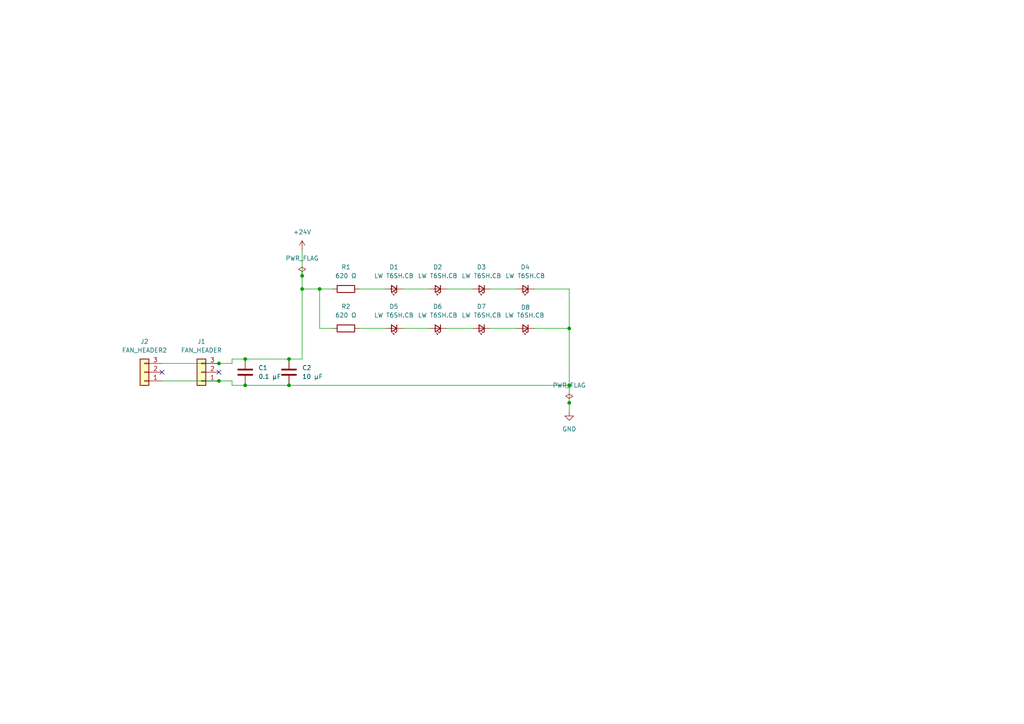
<source format=kicad_sch>
(kicad_sch
	(version 20250114)
	(generator "eeschema")
	(generator_version "9.0")
	(uuid "c30bad8c-0dc5-4b05-8f96-fb42920be091")
	(paper "A4")
	(lib_symbols
		(symbol "Connector_Generic:Conn_01x03"
			(pin_names
				(offset 1.016)
				(hide yes)
			)
			(exclude_from_sim no)
			(in_bom yes)
			(on_board yes)
			(property "Reference" "J"
				(at 0 5.08 0)
				(effects
					(font
						(size 1.27 1.27)
					)
				)
			)
			(property "Value" "Conn_01x03"
				(at 0 -5.08 0)
				(effects
					(font
						(size 1.27 1.27)
					)
				)
			)
			(property "Footprint" ""
				(at 0 0 0)
				(effects
					(font
						(size 1.27 1.27)
					)
					(hide yes)
				)
			)
			(property "Datasheet" "~"
				(at 0 0 0)
				(effects
					(font
						(size 1.27 1.27)
					)
					(hide yes)
				)
			)
			(property "Description" "Generic connector, single row, 01x03, script generated (kicad-library-utils/schlib/autogen/connector/)"
				(at 0 0 0)
				(effects
					(font
						(size 1.27 1.27)
					)
					(hide yes)
				)
			)
			(property "ki_keywords" "connector"
				(at 0 0 0)
				(effects
					(font
						(size 1.27 1.27)
					)
					(hide yes)
				)
			)
			(property "ki_fp_filters" "Connector*:*_1x??_*"
				(at 0 0 0)
				(effects
					(font
						(size 1.27 1.27)
					)
					(hide yes)
				)
			)
			(symbol "Conn_01x03_1_1"
				(rectangle
					(start -1.27 3.81)
					(end 1.27 -3.81)
					(stroke
						(width 0.254)
						(type default)
					)
					(fill
						(type background)
					)
				)
				(rectangle
					(start -1.27 2.667)
					(end 0 2.413)
					(stroke
						(width 0.1524)
						(type default)
					)
					(fill
						(type none)
					)
				)
				(rectangle
					(start -1.27 0.127)
					(end 0 -0.127)
					(stroke
						(width 0.1524)
						(type default)
					)
					(fill
						(type none)
					)
				)
				(rectangle
					(start -1.27 -2.413)
					(end 0 -2.667)
					(stroke
						(width 0.1524)
						(type default)
					)
					(fill
						(type none)
					)
				)
				(pin passive line
					(at -5.08 2.54 0)
					(length 3.81)
					(name "Pin_1"
						(effects
							(font
								(size 1.27 1.27)
							)
						)
					)
					(number "1"
						(effects
							(font
								(size 1.27 1.27)
							)
						)
					)
				)
				(pin passive line
					(at -5.08 0 0)
					(length 3.81)
					(name "Pin_2"
						(effects
							(font
								(size 1.27 1.27)
							)
						)
					)
					(number "2"
						(effects
							(font
								(size 1.27 1.27)
							)
						)
					)
				)
				(pin passive line
					(at -5.08 -2.54 0)
					(length 3.81)
					(name "Pin_3"
						(effects
							(font
								(size 1.27 1.27)
							)
						)
					)
					(number "3"
						(effects
							(font
								(size 1.27 1.27)
							)
						)
					)
				)
			)
			(embedded_fonts no)
		)
		(symbol "Device:C"
			(pin_numbers
				(hide yes)
			)
			(pin_names
				(offset 0.254)
			)
			(exclude_from_sim no)
			(in_bom yes)
			(on_board yes)
			(property "Reference" "C"
				(at 0.635 2.54 0)
				(effects
					(font
						(size 1.27 1.27)
					)
					(justify left)
				)
			)
			(property "Value" "C"
				(at 0.635 -2.54 0)
				(effects
					(font
						(size 1.27 1.27)
					)
					(justify left)
				)
			)
			(property "Footprint" ""
				(at 0.9652 -3.81 0)
				(effects
					(font
						(size 1.27 1.27)
					)
					(hide yes)
				)
			)
			(property "Datasheet" "~"
				(at 0 0 0)
				(effects
					(font
						(size 1.27 1.27)
					)
					(hide yes)
				)
			)
			(property "Description" "Unpolarized capacitor"
				(at 0 0 0)
				(effects
					(font
						(size 1.27 1.27)
					)
					(hide yes)
				)
			)
			(property "ki_keywords" "cap capacitor"
				(at 0 0 0)
				(effects
					(font
						(size 1.27 1.27)
					)
					(hide yes)
				)
			)
			(property "ki_fp_filters" "C_*"
				(at 0 0 0)
				(effects
					(font
						(size 1.27 1.27)
					)
					(hide yes)
				)
			)
			(symbol "C_0_1"
				(polyline
					(pts
						(xy -2.032 0.762) (xy 2.032 0.762)
					)
					(stroke
						(width 0.508)
						(type default)
					)
					(fill
						(type none)
					)
				)
				(polyline
					(pts
						(xy -2.032 -0.762) (xy 2.032 -0.762)
					)
					(stroke
						(width 0.508)
						(type default)
					)
					(fill
						(type none)
					)
				)
			)
			(symbol "C_1_1"
				(pin passive line
					(at 0 3.81 270)
					(length 2.794)
					(name "~"
						(effects
							(font
								(size 1.27 1.27)
							)
						)
					)
					(number "1"
						(effects
							(font
								(size 1.27 1.27)
							)
						)
					)
				)
				(pin passive line
					(at 0 -3.81 90)
					(length 2.794)
					(name "~"
						(effects
							(font
								(size 1.27 1.27)
							)
						)
					)
					(number "2"
						(effects
							(font
								(size 1.27 1.27)
							)
						)
					)
				)
			)
			(embedded_fonts no)
		)
		(symbol "Device:LED_Small"
			(pin_numbers
				(hide yes)
			)
			(pin_names
				(offset 0.254)
				(hide yes)
			)
			(exclude_from_sim no)
			(in_bom yes)
			(on_board yes)
			(property "Reference" "D"
				(at -1.27 3.175 0)
				(effects
					(font
						(size 1.27 1.27)
					)
					(justify left)
				)
			)
			(property "Value" "LED_Small"
				(at -4.445 -2.54 0)
				(effects
					(font
						(size 1.27 1.27)
					)
					(justify left)
				)
			)
			(property "Footprint" ""
				(at 0 0 90)
				(effects
					(font
						(size 1.27 1.27)
					)
					(hide yes)
				)
			)
			(property "Datasheet" "~"
				(at 0 0 90)
				(effects
					(font
						(size 1.27 1.27)
					)
					(hide yes)
				)
			)
			(property "Description" "Light emitting diode, small symbol"
				(at 0 0 0)
				(effects
					(font
						(size 1.27 1.27)
					)
					(hide yes)
				)
			)
			(property "Sim.Pin" "1=K 2=A"
				(at 0 0 0)
				(effects
					(font
						(size 1.27 1.27)
					)
					(hide yes)
				)
			)
			(property "ki_keywords" "LED diode light-emitting-diode"
				(at 0 0 0)
				(effects
					(font
						(size 1.27 1.27)
					)
					(hide yes)
				)
			)
			(property "ki_fp_filters" "LED* LED_SMD:* LED_THT:*"
				(at 0 0 0)
				(effects
					(font
						(size 1.27 1.27)
					)
					(hide yes)
				)
			)
			(symbol "LED_Small_0_1"
				(polyline
					(pts
						(xy -0.762 -1.016) (xy -0.762 1.016)
					)
					(stroke
						(width 0.254)
						(type default)
					)
					(fill
						(type none)
					)
				)
				(polyline
					(pts
						(xy 0 0.762) (xy -0.508 1.27) (xy -0.254 1.27) (xy -0.508 1.27) (xy -0.508 1.016)
					)
					(stroke
						(width 0)
						(type default)
					)
					(fill
						(type none)
					)
				)
				(polyline
					(pts
						(xy 0.508 1.27) (xy 0 1.778) (xy 0.254 1.778) (xy 0 1.778) (xy 0 1.524)
					)
					(stroke
						(width 0)
						(type default)
					)
					(fill
						(type none)
					)
				)
				(polyline
					(pts
						(xy 0.762 -1.016) (xy -0.762 0) (xy 0.762 1.016) (xy 0.762 -1.016)
					)
					(stroke
						(width 0.254)
						(type default)
					)
					(fill
						(type none)
					)
				)
				(polyline
					(pts
						(xy 1.016 0) (xy -0.762 0)
					)
					(stroke
						(width 0)
						(type default)
					)
					(fill
						(type none)
					)
				)
			)
			(symbol "LED_Small_1_1"
				(pin passive line
					(at -2.54 0 0)
					(length 1.778)
					(name "K"
						(effects
							(font
								(size 1.27 1.27)
							)
						)
					)
					(number "1"
						(effects
							(font
								(size 1.27 1.27)
							)
						)
					)
				)
				(pin passive line
					(at 2.54 0 180)
					(length 1.778)
					(name "A"
						(effects
							(font
								(size 1.27 1.27)
							)
						)
					)
					(number "2"
						(effects
							(font
								(size 1.27 1.27)
							)
						)
					)
				)
			)
			(embedded_fonts no)
		)
		(symbol "Device:R"
			(pin_numbers
				(hide yes)
			)
			(pin_names
				(offset 0)
			)
			(exclude_from_sim no)
			(in_bom yes)
			(on_board yes)
			(property "Reference" "R"
				(at 2.032 0 90)
				(effects
					(font
						(size 1.27 1.27)
					)
				)
			)
			(property "Value" "R"
				(at 0 0 90)
				(effects
					(font
						(size 1.27 1.27)
					)
				)
			)
			(property "Footprint" ""
				(at -1.778 0 90)
				(effects
					(font
						(size 1.27 1.27)
					)
					(hide yes)
				)
			)
			(property "Datasheet" "~"
				(at 0 0 0)
				(effects
					(font
						(size 1.27 1.27)
					)
					(hide yes)
				)
			)
			(property "Description" "Resistor"
				(at 0 0 0)
				(effects
					(font
						(size 1.27 1.27)
					)
					(hide yes)
				)
			)
			(property "ki_keywords" "R res resistor"
				(at 0 0 0)
				(effects
					(font
						(size 1.27 1.27)
					)
					(hide yes)
				)
			)
			(property "ki_fp_filters" "R_*"
				(at 0 0 0)
				(effects
					(font
						(size 1.27 1.27)
					)
					(hide yes)
				)
			)
			(symbol "R_0_1"
				(rectangle
					(start -1.016 -2.54)
					(end 1.016 2.54)
					(stroke
						(width 0.254)
						(type default)
					)
					(fill
						(type none)
					)
				)
			)
			(symbol "R_1_1"
				(pin passive line
					(at 0 3.81 270)
					(length 1.27)
					(name "~"
						(effects
							(font
								(size 1.27 1.27)
							)
						)
					)
					(number "1"
						(effects
							(font
								(size 1.27 1.27)
							)
						)
					)
				)
				(pin passive line
					(at 0 -3.81 90)
					(length 1.27)
					(name "~"
						(effects
							(font
								(size 1.27 1.27)
							)
						)
					)
					(number "2"
						(effects
							(font
								(size 1.27 1.27)
							)
						)
					)
				)
			)
			(embedded_fonts no)
		)
		(symbol "power:+24V"
			(power)
			(pin_numbers
				(hide yes)
			)
			(pin_names
				(offset 0)
				(hide yes)
			)
			(exclude_from_sim no)
			(in_bom yes)
			(on_board yes)
			(property "Reference" "#PWR"
				(at 0 -3.81 0)
				(effects
					(font
						(size 1.27 1.27)
					)
					(hide yes)
				)
			)
			(property "Value" "+24V"
				(at 0 3.556 0)
				(effects
					(font
						(size 1.27 1.27)
					)
				)
			)
			(property "Footprint" ""
				(at 0 0 0)
				(effects
					(font
						(size 1.27 1.27)
					)
					(hide yes)
				)
			)
			(property "Datasheet" ""
				(at 0 0 0)
				(effects
					(font
						(size 1.27 1.27)
					)
					(hide yes)
				)
			)
			(property "Description" "Power symbol creates a global label with name \"+24V\""
				(at 0 0 0)
				(effects
					(font
						(size 1.27 1.27)
					)
					(hide yes)
				)
			)
			(property "ki_keywords" "global power"
				(at 0 0 0)
				(effects
					(font
						(size 1.27 1.27)
					)
					(hide yes)
				)
			)
			(symbol "+24V_0_1"
				(polyline
					(pts
						(xy -0.762 1.27) (xy 0 2.54)
					)
					(stroke
						(width 0)
						(type default)
					)
					(fill
						(type none)
					)
				)
				(polyline
					(pts
						(xy 0 2.54) (xy 0.762 1.27)
					)
					(stroke
						(width 0)
						(type default)
					)
					(fill
						(type none)
					)
				)
				(polyline
					(pts
						(xy 0 0) (xy 0 2.54)
					)
					(stroke
						(width 0)
						(type default)
					)
					(fill
						(type none)
					)
				)
			)
			(symbol "+24V_1_1"
				(pin power_in line
					(at 0 0 90)
					(length 0)
					(name "~"
						(effects
							(font
								(size 1.27 1.27)
							)
						)
					)
					(number "1"
						(effects
							(font
								(size 1.27 1.27)
							)
						)
					)
				)
			)
			(embedded_fonts no)
		)
		(symbol "power:GND"
			(power)
			(pin_numbers
				(hide yes)
			)
			(pin_names
				(offset 0)
				(hide yes)
			)
			(exclude_from_sim no)
			(in_bom yes)
			(on_board yes)
			(property "Reference" "#PWR"
				(at 0 -6.35 0)
				(effects
					(font
						(size 1.27 1.27)
					)
					(hide yes)
				)
			)
			(property "Value" "GND"
				(at 0 -3.81 0)
				(effects
					(font
						(size 1.27 1.27)
					)
				)
			)
			(property "Footprint" ""
				(at 0 0 0)
				(effects
					(font
						(size 1.27 1.27)
					)
					(hide yes)
				)
			)
			(property "Datasheet" ""
				(at 0 0 0)
				(effects
					(font
						(size 1.27 1.27)
					)
					(hide yes)
				)
			)
			(property "Description" "Power symbol creates a global label with name \"GND\" , ground"
				(at 0 0 0)
				(effects
					(font
						(size 1.27 1.27)
					)
					(hide yes)
				)
			)
			(property "ki_keywords" "global power"
				(at 0 0 0)
				(effects
					(font
						(size 1.27 1.27)
					)
					(hide yes)
				)
			)
			(symbol "GND_0_1"
				(polyline
					(pts
						(xy 0 0) (xy 0 -1.27) (xy 1.27 -1.27) (xy 0 -2.54) (xy -1.27 -1.27) (xy 0 -1.27)
					)
					(stroke
						(width 0)
						(type default)
					)
					(fill
						(type none)
					)
				)
			)
			(symbol "GND_1_1"
				(pin power_in line
					(at 0 0 270)
					(length 0)
					(name "~"
						(effects
							(font
								(size 1.27 1.27)
							)
						)
					)
					(number "1"
						(effects
							(font
								(size 1.27 1.27)
							)
						)
					)
				)
			)
			(embedded_fonts no)
		)
		(symbol "power:PWR_FLAG"
			(power)
			(pin_numbers
				(hide yes)
			)
			(pin_names
				(offset 0)
				(hide yes)
			)
			(exclude_from_sim no)
			(in_bom yes)
			(on_board yes)
			(property "Reference" "#FLG"
				(at 0 1.905 0)
				(effects
					(font
						(size 1.27 1.27)
					)
					(hide yes)
				)
			)
			(property "Value" "PWR_FLAG"
				(at 0 3.81 0)
				(effects
					(font
						(size 1.27 1.27)
					)
				)
			)
			(property "Footprint" ""
				(at 0 0 0)
				(effects
					(font
						(size 1.27 1.27)
					)
					(hide yes)
				)
			)
			(property "Datasheet" "~"
				(at 0 0 0)
				(effects
					(font
						(size 1.27 1.27)
					)
					(hide yes)
				)
			)
			(property "Description" "Special symbol for telling ERC where power comes from"
				(at 0 0 0)
				(effects
					(font
						(size 1.27 1.27)
					)
					(hide yes)
				)
			)
			(property "ki_keywords" "flag power"
				(at 0 0 0)
				(effects
					(font
						(size 1.27 1.27)
					)
					(hide yes)
				)
			)
			(symbol "PWR_FLAG_0_0"
				(pin power_out line
					(at 0 0 90)
					(length 0)
					(name "~"
						(effects
							(font
								(size 1.27 1.27)
							)
						)
					)
					(number "1"
						(effects
							(font
								(size 1.27 1.27)
							)
						)
					)
				)
			)
			(symbol "PWR_FLAG_0_1"
				(polyline
					(pts
						(xy 0 0) (xy 0 1.27) (xy -1.016 1.905) (xy 0 2.54) (xy 1.016 1.905) (xy 0 1.27)
					)
					(stroke
						(width 0)
						(type default)
					)
					(fill
						(type none)
					)
				)
			)
			(embedded_fonts no)
		)
	)
	(junction
		(at 165.1 116.84)
		(diameter 0)
		(color 0 0 0 0)
		(uuid "66191dfb-140a-49b3-80dd-47a927529ee9")
	)
	(junction
		(at 83.82 111.76)
		(diameter 0)
		(color 0 0 0 0)
		(uuid "95934225-f4ed-45e3-a2ce-5e35aa8794a4")
	)
	(junction
		(at 83.82 104.14)
		(diameter 0)
		(color 0 0 0 0)
		(uuid "9afb6422-b91a-43c9-8754-8841626da3ff")
	)
	(junction
		(at 165.1 111.76)
		(diameter 0)
		(color 0 0 0 0)
		(uuid "a31542ef-534e-4c72-8d7c-f12bd9aa31e8")
	)
	(junction
		(at 71.12 104.14)
		(diameter 0)
		(color 0 0 0 0)
		(uuid "b5323671-0675-428e-a0dc-4fbd3aa64ad3")
	)
	(junction
		(at 87.63 80.01)
		(diameter 0)
		(color 0 0 0 0)
		(uuid "c99622ad-c855-4b59-8c33-9d801ea53b80")
	)
	(junction
		(at 63.5 105.41)
		(diameter 0)
		(color 0 0 0 0)
		(uuid "cd1e64d3-ccfb-4a74-b49c-c61acfb38244")
	)
	(junction
		(at 165.1 95.25)
		(diameter 0)
		(color 0 0 0 0)
		(uuid "d02f8082-0abf-4a43-ab28-906eb542432d")
	)
	(junction
		(at 87.63 83.82)
		(diameter 0)
		(color 0 0 0 0)
		(uuid "da94a64d-ffdc-4ac1-868c-a2d7af490273")
	)
	(junction
		(at 92.71 83.82)
		(diameter 0)
		(color 0 0 0 0)
		(uuid "e5406afe-0a42-44df-829e-998e7c519083")
	)
	(junction
		(at 63.5 110.49)
		(diameter 0)
		(color 0 0 0 0)
		(uuid "ec15f863-0b0a-4c4f-96ac-dfe42ddf3d26")
	)
	(junction
		(at 71.12 111.76)
		(diameter 0)
		(color 0 0 0 0)
		(uuid "efe0f27a-5661-48ce-b1e7-c7f6037fa347")
	)
	(no_connect
		(at 63.5 107.95)
		(uuid "59ac77db-332a-468e-b0a3-61d80d2e11a1")
	)
	(no_connect
		(at 46.99 107.95)
		(uuid "f64bd869-f7be-4107-8007-e612449cba0f")
	)
	(wire
		(pts
			(xy 67.31 110.49) (xy 67.31 111.76)
		)
		(stroke
			(width 0)
			(type default)
		)
		(uuid "032eed3f-68fe-4b99-ad8e-04a6266c839b")
	)
	(wire
		(pts
			(xy 142.24 83.82) (xy 149.86 83.82)
		)
		(stroke
			(width 0)
			(type default)
		)
		(uuid "07c8a030-1ef7-42d1-aa7b-46b5a105abc8")
	)
	(wire
		(pts
			(xy 165.1 95.25) (xy 165.1 111.76)
		)
		(stroke
			(width 0)
			(type default)
		)
		(uuid "10b5b963-6ec3-4f6d-9112-976f414df8ff")
	)
	(wire
		(pts
			(xy 87.63 72.39) (xy 87.63 80.01)
		)
		(stroke
			(width 0)
			(type default)
		)
		(uuid "18e9d2da-acd5-4a2d-ba1d-1e9f1ca1bec3")
	)
	(wire
		(pts
			(xy 87.63 80.01) (xy 87.63 83.82)
		)
		(stroke
			(width 0)
			(type default)
		)
		(uuid "28289b36-5271-4586-8330-19bf40d41cd2")
	)
	(wire
		(pts
			(xy 104.14 95.25) (xy 111.76 95.25)
		)
		(stroke
			(width 0)
			(type default)
		)
		(uuid "2b31f529-df42-4201-9209-3ab6f057fd9d")
	)
	(wire
		(pts
			(xy 129.54 95.25) (xy 137.16 95.25)
		)
		(stroke
			(width 0)
			(type default)
		)
		(uuid "31b68ed9-33ad-4a13-86b5-16957c5dd3ba")
	)
	(wire
		(pts
			(xy 104.14 83.82) (xy 111.76 83.82)
		)
		(stroke
			(width 0)
			(type default)
		)
		(uuid "343e8e9c-e887-4b8c-926c-b0fcd53eab4a")
	)
	(wire
		(pts
			(xy 165.1 83.82) (xy 165.1 95.25)
		)
		(stroke
			(width 0)
			(type default)
		)
		(uuid "472c84f8-a624-4dc4-a647-a35fedb3d7ab")
	)
	(wire
		(pts
			(xy 129.54 83.82) (xy 137.16 83.82)
		)
		(stroke
			(width 0)
			(type default)
		)
		(uuid "4bb6a313-e7c1-4947-9a66-6e1937bf5c01")
	)
	(wire
		(pts
			(xy 116.84 95.25) (xy 124.46 95.25)
		)
		(stroke
			(width 0)
			(type default)
		)
		(uuid "579e6790-0acb-4088-870e-59b9de559d35")
	)
	(wire
		(pts
			(xy 67.31 105.41) (xy 67.31 104.14)
		)
		(stroke
			(width 0)
			(type default)
		)
		(uuid "5973e65d-226c-4eee-b7ee-4c2c57eb3215")
	)
	(wire
		(pts
			(xy 154.94 95.25) (xy 165.1 95.25)
		)
		(stroke
			(width 0)
			(type default)
		)
		(uuid "5bb52d01-094c-43c9-affd-d99e08b7bd00")
	)
	(wire
		(pts
			(xy 92.71 83.82) (xy 96.52 83.82)
		)
		(stroke
			(width 0)
			(type default)
		)
		(uuid "664d0363-6660-4575-8cf1-0c9b36ec055d")
	)
	(wire
		(pts
			(xy 63.5 110.49) (xy 67.31 110.49)
		)
		(stroke
			(width 0)
			(type default)
		)
		(uuid "73610a1e-c163-4293-b64b-747411ed6fba")
	)
	(wire
		(pts
			(xy 63.5 105.41) (xy 67.31 105.41)
		)
		(stroke
			(width 0)
			(type default)
		)
		(uuid "80028242-c000-4b4b-9431-7c0d59f8f0b2")
	)
	(wire
		(pts
			(xy 92.71 95.25) (xy 96.52 95.25)
		)
		(stroke
			(width 0)
			(type default)
		)
		(uuid "817358ca-8288-4381-aba9-e8a3c5e1c816")
	)
	(wire
		(pts
			(xy 87.63 83.82) (xy 92.71 83.82)
		)
		(stroke
			(width 0)
			(type default)
		)
		(uuid "87771de8-05ad-4be6-8d06-b8a5c3ac7f64")
	)
	(wire
		(pts
			(xy 83.82 111.76) (xy 165.1 111.76)
		)
		(stroke
			(width 0)
			(type default)
		)
		(uuid "89251508-2f24-45df-a293-592c45755aa3")
	)
	(wire
		(pts
			(xy 87.63 104.14) (xy 87.63 83.82)
		)
		(stroke
			(width 0)
			(type default)
		)
		(uuid "8d3dccd2-2899-4247-9310-d826481f5bb3")
	)
	(wire
		(pts
			(xy 46.99 105.41) (xy 63.5 105.41)
		)
		(stroke
			(width 0)
			(type default)
		)
		(uuid "9a5c7af7-c2fa-4579-843e-1c11157bfd52")
	)
	(wire
		(pts
			(xy 165.1 119.38) (xy 165.1 116.84)
		)
		(stroke
			(width 0)
			(type default)
		)
		(uuid "b97bd6d5-cd8d-4d97-afb7-2dc39001548f")
	)
	(wire
		(pts
			(xy 71.12 104.14) (xy 83.82 104.14)
		)
		(stroke
			(width 0)
			(type default)
		)
		(uuid "bb0c2c51-a063-46e1-8cb7-c98d713b7cd9")
	)
	(wire
		(pts
			(xy 67.31 111.76) (xy 71.12 111.76)
		)
		(stroke
			(width 0)
			(type default)
		)
		(uuid "c0275107-9030-4448-aae7-c71a2dc3e135")
	)
	(wire
		(pts
			(xy 142.24 95.25) (xy 149.86 95.25)
		)
		(stroke
			(width 0)
			(type default)
		)
		(uuid "c4e823e0-437d-485f-bca7-bba71e030dbd")
	)
	(wire
		(pts
			(xy 92.71 83.82) (xy 92.71 95.25)
		)
		(stroke
			(width 0)
			(type default)
		)
		(uuid "cd6a615c-8ae8-4bc0-9e3b-c287bf8e85fc")
	)
	(wire
		(pts
			(xy 154.94 83.82) (xy 165.1 83.82)
		)
		(stroke
			(width 0)
			(type default)
		)
		(uuid "cdcacae2-5225-4623-95d5-278ca1265ab0")
	)
	(wire
		(pts
			(xy 46.99 110.49) (xy 63.5 110.49)
		)
		(stroke
			(width 0)
			(type default)
		)
		(uuid "ce84d1c2-b063-4cb0-9857-8b097754e5d9")
	)
	(wire
		(pts
			(xy 83.82 104.14) (xy 87.63 104.14)
		)
		(stroke
			(width 0)
			(type default)
		)
		(uuid "cf2ed836-679e-491f-a0de-941ca415f147")
	)
	(wire
		(pts
			(xy 71.12 111.76) (xy 83.82 111.76)
		)
		(stroke
			(width 0)
			(type default)
		)
		(uuid "d9165000-5899-400b-9723-03d5d9d19df0")
	)
	(wire
		(pts
			(xy 116.84 83.82) (xy 124.46 83.82)
		)
		(stroke
			(width 0)
			(type default)
		)
		(uuid "e2c4260a-3e4b-4b23-9121-79d7ca7c318d")
	)
	(wire
		(pts
			(xy 67.31 104.14) (xy 71.12 104.14)
		)
		(stroke
			(width 0)
			(type default)
		)
		(uuid "e35c31cb-b316-4865-bdd7-8221ca6caf5c")
	)
	(wire
		(pts
			(xy 165.1 116.84) (xy 165.1 111.76)
		)
		(stroke
			(width 0)
			(type default)
		)
		(uuid "f14918b0-906a-4ac6-b2ba-61dfe310dadc")
	)
	(symbol
		(lib_id "Device:LED_Small")
		(at 152.4 95.25 180)
		(unit 1)
		(exclude_from_sim no)
		(in_bom yes)
		(on_board yes)
		(dnp no)
		(uuid "0cbc64ee-0bf6-4b7b-a04b-1a144005ed5d")
		(property "Reference" "D8"
			(at 152.4 89.154 0)
			(effects
				(font
					(size 1.27 1.27)
				)
			)
		)
		(property "Value" "LW T6SH.CB"
			(at 152.146 91.44 0)
			(effects
				(font
					(size 1.27 1.27)
				)
			)
		)
		(property "Footprint" "LED_SMD:LED_PLCC_2835"
			(at 152.4 95.25 90)
			(effects
				(font
					(size 1.27 1.27)
				)
				(hide yes)
			)
		)
		(property "Datasheet" "https://ams-osram.com/products/leds/white-leds/osram-topled-lw-t6sh-cb"
			(at 152.4 95.25 90)
			(effects
				(font
					(size 1.27 1.27)
				)
				(hide yes)
			)
		)
		(property "Description" "Light emitting diode, small symbol"
			(at 152.4 95.25 0)
			(effects
				(font
					(size 1.27 1.27)
				)
				(hide yes)
			)
		)
		(property "Sim.Pin" "1=K 2=A"
			(at 152.4 95.25 0)
			(effects
				(font
					(size 1.27 1.27)
				)
				(hide yes)
			)
		)
		(pin "1"
			(uuid "8873053b-10fe-48ef-9c54-159a29d3d021")
		)
		(pin "2"
			(uuid "6d1168c7-f83b-4762-be40-10707ee6c28e")
		)
		(instances
			(project ""
				(path "/c30bad8c-0dc5-4b05-8f96-fb42920be091"
					(reference "D8")
					(unit 1)
				)
			)
		)
	)
	(symbol
		(lib_id "Connector_Generic:Conn_01x03")
		(at 41.91 107.95 180)
		(unit 1)
		(exclude_from_sim no)
		(in_bom yes)
		(on_board yes)
		(dnp no)
		(fields_autoplaced yes)
		(uuid "170ba298-baa2-48ba-818f-b6e28a53d8bd")
		(property "Reference" "J2"
			(at 41.91 99.06 0)
			(effects
				(font
					(size 1.27 1.27)
				)
			)
		)
		(property "Value" "FAN_HEADER2"
			(at 41.91 101.6 0)
			(effects
				(font
					(size 1.27 1.27)
				)
			)
		)
		(property "Footprint" "Connector_JST:JST_XA_S03B-XASK-1N-BN_1x03_P2.50mm_Horizontal"
			(at 41.91 107.95 0)
			(effects
				(font
					(size 1.27 1.27)
				)
				(hide yes)
			)
		)
		(property "Datasheet" "~"
			(at 41.91 107.95 0)
			(effects
				(font
					(size 1.27 1.27)
				)
				(hide yes)
			)
		)
		(property "Description" "Generic connector, single row, 01x03, script generated (kicad-library-utils/schlib/autogen/connector/)"
			(at 41.91 107.95 0)
			(effects
				(font
					(size 1.27 1.27)
				)
				(hide yes)
			)
		)
		(pin "1"
			(uuid "efc6b19c-1b23-46b8-9af8-80385e1b24bf")
		)
		(pin "2"
			(uuid "4467a6d1-8b3d-4014-90d3-4e9e0911f18b")
		)
		(pin "3"
			(uuid "4013191e-eff4-4663-b27d-feed144786a1")
		)
		(instances
			(project ""
				(path "/c30bad8c-0dc5-4b05-8f96-fb42920be091"
					(reference "J2")
					(unit 1)
				)
			)
		)
	)
	(symbol
		(lib_id "Device:C")
		(at 71.12 107.95 0)
		(unit 1)
		(exclude_from_sim no)
		(in_bom yes)
		(on_board yes)
		(dnp no)
		(fields_autoplaced yes)
		(uuid "22e8cddd-8c46-48e2-8fa4-b8fd9d9b7bec")
		(property "Reference" "C1"
			(at 74.93 106.6799 0)
			(effects
				(font
					(size 1.27 1.27)
				)
				(justify left)
			)
		)
		(property "Value" "0.1 µF"
			(at 74.93 109.2199 0)
			(effects
				(font
					(size 1.27 1.27)
				)
				(justify left)
			)
		)
		(property "Footprint" "Capacitor_SMD:C_0805_2012Metric"
			(at 72.0852 111.76 0)
			(effects
				(font
					(size 1.27 1.27)
				)
				(hide yes)
			)
		)
		(property "Datasheet" "~"
			(at 71.12 107.95 0)
			(effects
				(font
					(size 1.27 1.27)
				)
				(hide yes)
			)
		)
		(property "Description" "Unpolarized capacitor"
			(at 71.12 107.95 0)
			(effects
				(font
					(size 1.27 1.27)
				)
				(hide yes)
			)
		)
		(pin "1"
			(uuid "a27ccca4-fdf9-47be-a930-d6d6c547d9e4")
		)
		(pin "2"
			(uuid "7efe2ba3-0fa7-4ef8-a025-48a9adf5147d")
		)
		(instances
			(project ""
				(path "/c30bad8c-0dc5-4b05-8f96-fb42920be091"
					(reference "C1")
					(unit 1)
				)
			)
		)
	)
	(symbol
		(lib_id "Device:C")
		(at 83.82 107.95 0)
		(unit 1)
		(exclude_from_sim no)
		(in_bom yes)
		(on_board yes)
		(dnp no)
		(fields_autoplaced yes)
		(uuid "2ac40582-9957-4a9a-aebb-e8d7b2a724d8")
		(property "Reference" "C2"
			(at 87.63 106.6799 0)
			(effects
				(font
					(size 1.27 1.27)
				)
				(justify left)
			)
		)
		(property "Value" "10 µF"
			(at 87.63 109.2199 0)
			(effects
				(font
					(size 1.27 1.27)
				)
				(justify left)
			)
		)
		(property "Footprint" "Capacitor_SMD:C_0805_2012Metric"
			(at 84.7852 111.76 0)
			(effects
				(font
					(size 1.27 1.27)
				)
				(hide yes)
			)
		)
		(property "Datasheet" "~"
			(at 83.82 107.95 0)
			(effects
				(font
					(size 1.27 1.27)
				)
				(hide yes)
			)
		)
		(property "Description" "Unpolarized capacitor"
			(at 83.82 107.95 0)
			(effects
				(font
					(size 1.27 1.27)
				)
				(hide yes)
			)
		)
		(pin "1"
			(uuid "3359668b-9a37-4712-893f-bd3d78dc2b26")
		)
		(pin "2"
			(uuid "6037f7f2-b732-4c41-a86d-47d92bdadd7e")
		)
		(instances
			(project ""
				(path "/c30bad8c-0dc5-4b05-8f96-fb42920be091"
					(reference "C2")
					(unit 1)
				)
			)
		)
	)
	(symbol
		(lib_id "Connector_Generic:Conn_01x03")
		(at 58.42 107.95 180)
		(unit 1)
		(exclude_from_sim no)
		(in_bom yes)
		(on_board yes)
		(dnp no)
		(fields_autoplaced yes)
		(uuid "2f605a8d-5cbc-46cf-b440-761fdd592cf8")
		(property "Reference" "J1"
			(at 58.42 99.06 0)
			(effects
				(font
					(size 1.27 1.27)
				)
			)
		)
		(property "Value" "FAN_HEADER"
			(at 58.42 101.6 0)
			(effects
				(font
					(size 1.27 1.27)
				)
			)
		)
		(property "Footprint" "Connector_JST:JST_XH_B3B-XH-A_1x03_P2.50mm_Vertical"
			(at 58.42 107.95 0)
			(effects
				(font
					(size 1.27 1.27)
				)
				(hide yes)
			)
		)
		(property "Datasheet" "~"
			(at 58.42 107.95 0)
			(effects
				(font
					(size 1.27 1.27)
				)
				(hide yes)
			)
		)
		(property "Description" "Generic connector, single row, 01x03, script generated (kicad-library-utils/schlib/autogen/connector/)"
			(at 58.42 107.95 0)
			(effects
				(font
					(size 1.27 1.27)
				)
				(hide yes)
			)
		)
		(pin "1"
			(uuid "23578206-82e7-4f89-abfc-880fe30c404a")
		)
		(pin "2"
			(uuid "fc08d213-e583-45ff-918a-482842b99c14")
		)
		(pin "3"
			(uuid "80a13226-9bb7-4717-957d-a3d59447c84a")
		)
		(instances
			(project ""
				(path "/c30bad8c-0dc5-4b05-8f96-fb42920be091"
					(reference "J1")
					(unit 1)
				)
			)
		)
	)
	(symbol
		(lib_id "Device:LED_Small")
		(at 127 95.25 180)
		(unit 1)
		(exclude_from_sim no)
		(in_bom yes)
		(on_board yes)
		(dnp no)
		(fields_autoplaced yes)
		(uuid "331ea9b8-91c3-4e20-8e37-20bab4425a35")
		(property "Reference" "D6"
			(at 126.9365 88.9 0)
			(effects
				(font
					(size 1.27 1.27)
				)
			)
		)
		(property "Value" "LW T6SH.CB"
			(at 126.9365 91.44 0)
			(effects
				(font
					(size 1.27 1.27)
				)
			)
		)
		(property "Footprint" "LED_SMD:LED_PLCC_2835"
			(at 127 95.25 90)
			(effects
				(font
					(size 1.27 1.27)
				)
				(hide yes)
			)
		)
		(property "Datasheet" "https://ams-osram.com/products/leds/white-leds/osram-topled-lw-t6sh-cb"
			(at 127 95.25 90)
			(effects
				(font
					(size 1.27 1.27)
				)
				(hide yes)
			)
		)
		(property "Description" "Light emitting diode, small symbol"
			(at 127 95.25 0)
			(effects
				(font
					(size 1.27 1.27)
				)
				(hide yes)
			)
		)
		(property "Sim.Pin" "1=K 2=A"
			(at 127 95.25 0)
			(effects
				(font
					(size 1.27 1.27)
				)
				(hide yes)
			)
		)
		(pin "1"
			(uuid "8fbf3873-21b7-4b31-aa68-1ae5ea207007")
		)
		(pin "2"
			(uuid "3dc40933-add3-4a74-b15d-9740705ec1bd")
		)
		(instances
			(project ""
				(path "/c30bad8c-0dc5-4b05-8f96-fb42920be091"
					(reference "D6")
					(unit 1)
				)
			)
		)
	)
	(symbol
		(lib_id "power:PWR_FLAG")
		(at 165.1 116.84 0)
		(unit 1)
		(exclude_from_sim no)
		(in_bom yes)
		(on_board yes)
		(dnp no)
		(fields_autoplaced yes)
		(uuid "501e69e3-7ec4-4fb1-abc9-9f1a74303171")
		(property "Reference" "#FLG01"
			(at 165.1 114.935 0)
			(effects
				(font
					(size 1.27 1.27)
				)
				(hide yes)
			)
		)
		(property "Value" "PWR_FLAG"
			(at 165.1 111.76 0)
			(effects
				(font
					(size 1.27 1.27)
				)
			)
		)
		(property "Footprint" ""
			(at 165.1 116.84 0)
			(effects
				(font
					(size 1.27 1.27)
				)
				(hide yes)
			)
		)
		(property "Datasheet" "~"
			(at 165.1 116.84 0)
			(effects
				(font
					(size 1.27 1.27)
				)
				(hide yes)
			)
		)
		(property "Description" "Special symbol for telling ERC where power comes from"
			(at 165.1 116.84 0)
			(effects
				(font
					(size 1.27 1.27)
				)
				(hide yes)
			)
		)
		(pin "1"
			(uuid "ca2e2d17-54c1-456a-8f74-2ab7a9497c62")
		)
		(instances
			(project ""
				(path "/c30bad8c-0dc5-4b05-8f96-fb42920be091"
					(reference "#FLG01")
					(unit 1)
				)
			)
		)
	)
	(symbol
		(lib_id "power:PWR_FLAG")
		(at 87.63 80.01 0)
		(unit 1)
		(exclude_from_sim no)
		(in_bom yes)
		(on_board yes)
		(dnp no)
		(fields_autoplaced yes)
		(uuid "5437012b-a3b1-414e-801e-073b267f798b")
		(property "Reference" "#FLG02"
			(at 87.63 78.105 0)
			(effects
				(font
					(size 1.27 1.27)
				)
				(hide yes)
			)
		)
		(property "Value" "PWR_FLAG"
			(at 87.63 74.93 0)
			(effects
				(font
					(size 1.27 1.27)
				)
			)
		)
		(property "Footprint" ""
			(at 87.63 80.01 0)
			(effects
				(font
					(size 1.27 1.27)
				)
				(hide yes)
			)
		)
		(property "Datasheet" "~"
			(at 87.63 80.01 0)
			(effects
				(font
					(size 1.27 1.27)
				)
				(hide yes)
			)
		)
		(property "Description" "Special symbol for telling ERC where power comes from"
			(at 87.63 80.01 0)
			(effects
				(font
					(size 1.27 1.27)
				)
				(hide yes)
			)
		)
		(pin "1"
			(uuid "106f4e81-4c94-4028-b834-24daa80f8801")
		)
		(instances
			(project ""
				(path "/c30bad8c-0dc5-4b05-8f96-fb42920be091"
					(reference "#FLG02")
					(unit 1)
				)
			)
		)
	)
	(symbol
		(lib_id "Device:LED_Small")
		(at 152.4 83.82 180)
		(unit 1)
		(exclude_from_sim no)
		(in_bom yes)
		(on_board yes)
		(dnp no)
		(fields_autoplaced yes)
		(uuid "76161e6d-ecff-4871-892e-f07282a55d27")
		(property "Reference" "D4"
			(at 152.3365 77.47 0)
			(effects
				(font
					(size 1.27 1.27)
				)
			)
		)
		(property "Value" "LW T6SH.CB"
			(at 152.3365 80.01 0)
			(effects
				(font
					(size 1.27 1.27)
				)
			)
		)
		(property "Footprint" "LED_SMD:LED_PLCC_2835"
			(at 152.4 83.82 90)
			(effects
				(font
					(size 1.27 1.27)
				)
				(hide yes)
			)
		)
		(property "Datasheet" "https://ams-osram.com/products/leds/white-leds/osram-topled-lw-t6sh-cb"
			(at 152.4 83.82 90)
			(effects
				(font
					(size 1.27 1.27)
				)
				(hide yes)
			)
		)
		(property "Description" "Light emitting diode, small symbol"
			(at 152.4 83.82 0)
			(effects
				(font
					(size 1.27 1.27)
				)
				(hide yes)
			)
		)
		(property "Sim.Pin" "1=K 2=A"
			(at 152.4 83.82 0)
			(effects
				(font
					(size 1.27 1.27)
				)
				(hide yes)
			)
		)
		(pin "1"
			(uuid "b2919105-2a2e-48dd-8fc9-0cba2145505c")
		)
		(pin "2"
			(uuid "0807b1a0-cbd1-4c1c-9d71-575282881049")
		)
		(instances
			(project ""
				(path "/c30bad8c-0dc5-4b05-8f96-fb42920be091"
					(reference "D4")
					(unit 1)
				)
			)
		)
	)
	(symbol
		(lib_id "Device:LED_Small")
		(at 127 83.82 180)
		(unit 1)
		(exclude_from_sim no)
		(in_bom yes)
		(on_board yes)
		(dnp no)
		(fields_autoplaced yes)
		(uuid "78b20f8d-29bb-4cea-922a-fb66a32b7209")
		(property "Reference" "D2"
			(at 126.9365 77.47 0)
			(effects
				(font
					(size 1.27 1.27)
				)
			)
		)
		(property "Value" "LW T6SH.CB"
			(at 126.9365 80.01 0)
			(effects
				(font
					(size 1.27 1.27)
				)
			)
		)
		(property "Footprint" "LED_SMD:LED_PLCC_2835"
			(at 127 83.82 90)
			(effects
				(font
					(size 1.27 1.27)
				)
				(hide yes)
			)
		)
		(property "Datasheet" "https://ams-osram.com/products/leds/white-leds/osram-topled-lw-t6sh-cb"
			(at 127 83.82 90)
			(effects
				(font
					(size 1.27 1.27)
				)
				(hide yes)
			)
		)
		(property "Description" "Light emitting diode, small symbol"
			(at 127 83.82 0)
			(effects
				(font
					(size 1.27 1.27)
				)
				(hide yes)
			)
		)
		(property "Sim.Pin" "1=K 2=A"
			(at 127 83.82 0)
			(effects
				(font
					(size 1.27 1.27)
				)
				(hide yes)
			)
		)
		(pin "1"
			(uuid "964681ad-8d92-415c-a647-fa1c74c37ae6")
		)
		(pin "2"
			(uuid "2040e4e4-b238-4692-8326-e4f3bc49e350")
		)
		(instances
			(project ""
				(path "/c30bad8c-0dc5-4b05-8f96-fb42920be091"
					(reference "D2")
					(unit 1)
				)
			)
		)
	)
	(symbol
		(lib_id "Device:R")
		(at 100.33 83.82 90)
		(unit 1)
		(exclude_from_sim no)
		(in_bom yes)
		(on_board yes)
		(dnp no)
		(fields_autoplaced yes)
		(uuid "8029c470-7077-47e5-869f-3e9188b07907")
		(property "Reference" "R1"
			(at 100.33 77.47 90)
			(effects
				(font
					(size 1.27 1.27)
				)
			)
		)
		(property "Value" "620 Ω"
			(at 100.33 80.01 90)
			(effects
				(font
					(size 1.27 1.27)
				)
			)
		)
		(property "Footprint" "Resistor_SMD:R_1210_3225Metric"
			(at 100.33 85.598 90)
			(effects
				(font
					(size 1.27 1.27)
				)
				(hide yes)
			)
		)
		(property "Datasheet" "~"
			(at 100.33 83.82 0)
			(effects
				(font
					(size 1.27 1.27)
				)
				(hide yes)
			)
		)
		(property "Description" "Resistor"
			(at 100.33 83.82 0)
			(effects
				(font
					(size 1.27 1.27)
				)
				(hide yes)
			)
		)
		(pin "2"
			(uuid "6160e413-19c2-4cf1-97f8-b6ab91b86f70")
		)
		(pin "1"
			(uuid "68673fe2-2511-4ee8-a555-8b796f5b97e8")
		)
		(instances
			(project ""
				(path "/c30bad8c-0dc5-4b05-8f96-fb42920be091"
					(reference "R1")
					(unit 1)
				)
			)
		)
	)
	(symbol
		(lib_id "Device:LED_Small")
		(at 114.3 83.82 180)
		(unit 1)
		(exclude_from_sim no)
		(in_bom yes)
		(on_board yes)
		(dnp no)
		(fields_autoplaced yes)
		(uuid "b1e34d97-8f67-47ad-975e-ae5dfcc2f7c6")
		(property "Reference" "D1"
			(at 114.2365 77.47 0)
			(effects
				(font
					(size 1.27 1.27)
				)
			)
		)
		(property "Value" "LW T6SH.CB"
			(at 114.2365 80.01 0)
			(effects
				(font
					(size 1.27 1.27)
				)
			)
		)
		(property "Footprint" "LED_SMD:LED_PLCC_2835"
			(at 114.3 83.82 90)
			(effects
				(font
					(size 1.27 1.27)
				)
				(hide yes)
			)
		)
		(property "Datasheet" "https://ams-osram.com/products/leds/white-leds/osram-topled-lw-t6sh-cb"
			(at 114.3 83.82 90)
			(effects
				(font
					(size 1.27 1.27)
				)
				(hide yes)
			)
		)
		(property "Description" "Light emitting diode, small symbol"
			(at 114.3 83.82 0)
			(effects
				(font
					(size 1.27 1.27)
				)
				(hide yes)
			)
		)
		(property "Sim.Pin" "1=K 2=A"
			(at 114.3 83.82 0)
			(effects
				(font
					(size 1.27 1.27)
				)
				(hide yes)
			)
		)
		(pin "2"
			(uuid "23b000fb-83ae-4f08-85b5-9e43956f6120")
		)
		(pin "1"
			(uuid "d2d6ba84-76a1-4e08-ad85-8bc1a89aa8e7")
		)
		(instances
			(project ""
				(path "/c30bad8c-0dc5-4b05-8f96-fb42920be091"
					(reference "D1")
					(unit 1)
				)
			)
		)
	)
	(symbol
		(lib_id "Device:LED_Small")
		(at 139.7 95.25 180)
		(unit 1)
		(exclude_from_sim no)
		(in_bom yes)
		(on_board yes)
		(dnp no)
		(fields_autoplaced yes)
		(uuid "b61d767e-0b2a-431b-8d7a-ef386b1d4130")
		(property "Reference" "D7"
			(at 139.6365 88.9 0)
			(effects
				(font
					(size 1.27 1.27)
				)
			)
		)
		(property "Value" "LW T6SH.CB"
			(at 139.6365 91.44 0)
			(effects
				(font
					(size 1.27 1.27)
				)
			)
		)
		(property "Footprint" "LED_SMD:LED_PLCC_2835"
			(at 139.7 95.25 90)
			(effects
				(font
					(size 1.27 1.27)
				)
				(hide yes)
			)
		)
		(property "Datasheet" "https://ams-osram.com/products/leds/white-leds/osram-topled-lw-t6sh-cb"
			(at 139.7 95.25 90)
			(effects
				(font
					(size 1.27 1.27)
				)
				(hide yes)
			)
		)
		(property "Description" "Light emitting diode, small symbol"
			(at 139.7 95.25 0)
			(effects
				(font
					(size 1.27 1.27)
				)
				(hide yes)
			)
		)
		(property "Sim.Pin" "1=K 2=A"
			(at 139.7 95.25 0)
			(effects
				(font
					(size 1.27 1.27)
				)
				(hide yes)
			)
		)
		(pin "2"
			(uuid "76f6a339-c8b7-4724-ae2b-4f0f5a32c363")
		)
		(pin "1"
			(uuid "ba76054b-1f5f-4133-96c4-374cff214cc9")
		)
		(instances
			(project ""
				(path "/c30bad8c-0dc5-4b05-8f96-fb42920be091"
					(reference "D7")
					(unit 1)
				)
			)
		)
	)
	(symbol
		(lib_id "Device:LED_Small")
		(at 139.7 83.82 180)
		(unit 1)
		(exclude_from_sim no)
		(in_bom yes)
		(on_board yes)
		(dnp no)
		(fields_autoplaced yes)
		(uuid "b8b28a65-98c3-4b07-8c34-43b8b139e799")
		(property "Reference" "D3"
			(at 139.6365 77.47 0)
			(effects
				(font
					(size 1.27 1.27)
				)
			)
		)
		(property "Value" "LW T6SH.CB"
			(at 139.6365 80.01 0)
			(effects
				(font
					(size 1.27 1.27)
				)
			)
		)
		(property "Footprint" "LED_SMD:LED_PLCC_2835"
			(at 139.7 83.82 90)
			(effects
				(font
					(size 1.27 1.27)
				)
				(hide yes)
			)
		)
		(property "Datasheet" "https://ams-osram.com/products/leds/white-leds/osram-topled-lw-t6sh-cb"
			(at 139.7 83.82 90)
			(effects
				(font
					(size 1.27 1.27)
				)
				(hide yes)
			)
		)
		(property "Description" "Light emitting diode, small symbol"
			(at 139.7 83.82 0)
			(effects
				(font
					(size 1.27 1.27)
				)
				(hide yes)
			)
		)
		(property "Sim.Pin" "1=K 2=A"
			(at 139.7 83.82 0)
			(effects
				(font
					(size 1.27 1.27)
				)
				(hide yes)
			)
		)
		(pin "1"
			(uuid "1517a00c-3f95-4f32-affb-3f830f58da09")
		)
		(pin "2"
			(uuid "3cc82234-50dd-4db1-80d5-038ca209b611")
		)
		(instances
			(project ""
				(path "/c30bad8c-0dc5-4b05-8f96-fb42920be091"
					(reference "D3")
					(unit 1)
				)
			)
		)
	)
	(symbol
		(lib_id "power:+24V")
		(at 87.63 72.39 0)
		(unit 1)
		(exclude_from_sim no)
		(in_bom yes)
		(on_board yes)
		(dnp no)
		(fields_autoplaced yes)
		(uuid "c0292865-e108-4a70-8132-b34af9afc0cc")
		(property "Reference" "#PWR01"
			(at 87.63 76.2 0)
			(effects
				(font
					(size 1.27 1.27)
				)
				(hide yes)
			)
		)
		(property "Value" "+24V"
			(at 87.63 67.31 0)
			(effects
				(font
					(size 1.27 1.27)
				)
			)
		)
		(property "Footprint" ""
			(at 87.63 72.39 0)
			(effects
				(font
					(size 1.27 1.27)
				)
				(hide yes)
			)
		)
		(property "Datasheet" ""
			(at 87.63 72.39 0)
			(effects
				(font
					(size 1.27 1.27)
				)
				(hide yes)
			)
		)
		(property "Description" "Power symbol creates a global label with name \"+24V\""
			(at 87.63 72.39 0)
			(effects
				(font
					(size 1.27 1.27)
				)
				(hide yes)
			)
		)
		(pin "1"
			(uuid "f5875d85-5ec1-4320-a3ab-fc205301148c")
		)
		(instances
			(project ""
				(path "/c30bad8c-0dc5-4b05-8f96-fb42920be091"
					(reference "#PWR01")
					(unit 1)
				)
			)
		)
	)
	(symbol
		(lib_id "Device:LED_Small")
		(at 114.3 95.25 180)
		(unit 1)
		(exclude_from_sim no)
		(in_bom yes)
		(on_board yes)
		(dnp no)
		(fields_autoplaced yes)
		(uuid "d2644f8f-daa1-4bc2-919a-7dab2d0805d6")
		(property "Reference" "D5"
			(at 114.2365 88.9 0)
			(effects
				(font
					(size 1.27 1.27)
				)
			)
		)
		(property "Value" "LW T6SH.CB"
			(at 114.2365 91.44 0)
			(effects
				(font
					(size 1.27 1.27)
				)
			)
		)
		(property "Footprint" "LED_SMD:LED_PLCC_2835"
			(at 114.3 95.25 90)
			(effects
				(font
					(size 1.27 1.27)
				)
				(hide yes)
			)
		)
		(property "Datasheet" "https://ams-osram.com/products/leds/white-leds/osram-topled-lw-t6sh-cb"
			(at 114.3 95.25 90)
			(effects
				(font
					(size 1.27 1.27)
				)
				(hide yes)
			)
		)
		(property "Description" "Light emitting diode, small symbol"
			(at 114.3 95.25 0)
			(effects
				(font
					(size 1.27 1.27)
				)
				(hide yes)
			)
		)
		(property "Sim.Pin" "1=K 2=A"
			(at 114.3 95.25 0)
			(effects
				(font
					(size 1.27 1.27)
				)
				(hide yes)
			)
		)
		(pin "1"
			(uuid "4ec649ac-69c6-4f15-8187-84f4b9d3b2b8")
		)
		(pin "2"
			(uuid "80bc140a-c831-4014-8c30-25995d2885aa")
		)
		(instances
			(project ""
				(path "/c30bad8c-0dc5-4b05-8f96-fb42920be091"
					(reference "D5")
					(unit 1)
				)
			)
		)
	)
	(symbol
		(lib_id "power:GND")
		(at 165.1 119.38 0)
		(unit 1)
		(exclude_from_sim no)
		(in_bom yes)
		(on_board yes)
		(dnp no)
		(fields_autoplaced yes)
		(uuid "d8877eb5-8ec8-45f2-8d11-12e091db0d1a")
		(property "Reference" "#PWR02"
			(at 165.1 125.73 0)
			(effects
				(font
					(size 1.27 1.27)
				)
				(hide yes)
			)
		)
		(property "Value" "GND"
			(at 165.1 124.46 0)
			(effects
				(font
					(size 1.27 1.27)
				)
			)
		)
		(property "Footprint" ""
			(at 165.1 119.38 0)
			(effects
				(font
					(size 1.27 1.27)
				)
				(hide yes)
			)
		)
		(property "Datasheet" ""
			(at 165.1 119.38 0)
			(effects
				(font
					(size 1.27 1.27)
				)
				(hide yes)
			)
		)
		(property "Description" "Power symbol creates a global label with name \"GND\" , ground"
			(at 165.1 119.38 0)
			(effects
				(font
					(size 1.27 1.27)
				)
				(hide yes)
			)
		)
		(pin "1"
			(uuid "f9301de6-ec9e-41c1-88e5-34962acd3e7f")
		)
		(instances
			(project ""
				(path "/c30bad8c-0dc5-4b05-8f96-fb42920be091"
					(reference "#PWR02")
					(unit 1)
				)
			)
		)
	)
	(symbol
		(lib_id "Device:R")
		(at 100.33 95.25 270)
		(unit 1)
		(exclude_from_sim no)
		(in_bom yes)
		(on_board yes)
		(dnp no)
		(fields_autoplaced yes)
		(uuid "f2534efb-e543-484c-83a0-a70f55c97623")
		(property "Reference" "R2"
			(at 100.33 88.9 90)
			(effects
				(font
					(size 1.27 1.27)
				)
			)
		)
		(property "Value" "620 Ω"
			(at 100.33 91.44 90)
			(effects
				(font
					(size 1.27 1.27)
				)
			)
		)
		(property "Footprint" "Resistor_SMD:R_1210_3225Metric"
			(at 100.33 93.472 90)
			(effects
				(font
					(size 1.27 1.27)
				)
				(hide yes)
			)
		)
		(property "Datasheet" "~"
			(at 100.33 95.25 0)
			(effects
				(font
					(size 1.27 1.27)
				)
				(hide yes)
			)
		)
		(property "Description" "Resistor"
			(at 100.33 95.25 0)
			(effects
				(font
					(size 1.27 1.27)
				)
				(hide yes)
			)
		)
		(pin "1"
			(uuid "cfde3cf0-fc7f-47c7-ad13-b25692629e84")
		)
		(pin "2"
			(uuid "46d01ba1-9938-4611-9cef-1667588149fe")
		)
		(instances
			(project ""
				(path "/c30bad8c-0dc5-4b05-8f96-fb42920be091"
					(reference "R2")
					(unit 1)
				)
			)
		)
	)
	(sheet_instances
		(path "/"
			(page "1")
		)
	)
	(embedded_fonts no)
)

</source>
